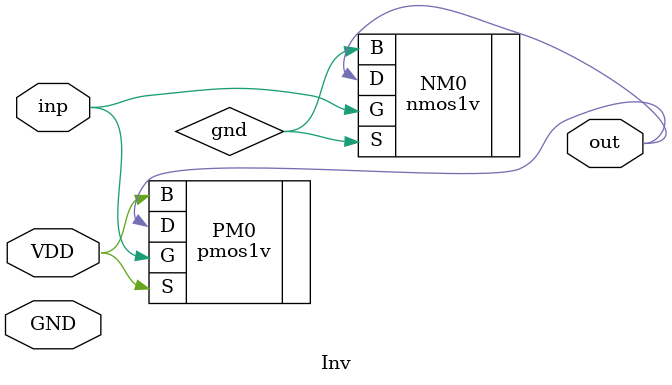
<source format=v>

module Inv (
inp,out,VDD,GND );
input  inp;
output  out;
input  VDD;
input  GND;
wire VDD;
wire gnd;
wire inp;
wire out;

nmos1v    
 NM0  ( .S( gnd ), .G( inp ), .B( gnd ), .D( out ) );

pmos1v    
 PM0  ( .S( VDD ), .G( inp ), .B( VDD ), .D( out ) );

endmodule


</source>
